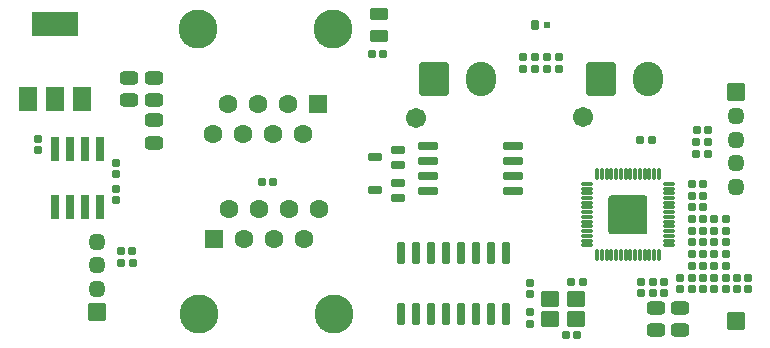
<source format=gbr>
G04 #@! TF.GenerationSoftware,KiCad,Pcbnew,(7.0.0-0)*
G04 #@! TF.CreationDate,2023-02-22T15:19:27+03:00*
G04 #@! TF.ProjectId,RP2040_minimal,52503230-3430-45f6-9d69-6e696d616c2e,REV1*
G04 #@! TF.SameCoordinates,Original*
G04 #@! TF.FileFunction,Soldermask,Top*
G04 #@! TF.FilePolarity,Negative*
%FSLAX46Y46*%
G04 Gerber Fmt 4.6, Leading zero omitted, Abs format (unit mm)*
G04 Created by KiCad (PCBNEW (7.0.0-0)) date 2023-02-22 15:19:27*
%MOMM*%
%LPD*%
G01*
G04 APERTURE LIST*
G04 Aperture macros list*
%AMRoundRect*
0 Rectangle with rounded corners*
0 $1 Rounding radius*
0 $2 $3 $4 $5 $6 $7 $8 $9 X,Y pos of 4 corners*
0 Add a 4 corners polygon primitive as box body*
4,1,4,$2,$3,$4,$5,$6,$7,$8,$9,$2,$3,0*
0 Add four circle primitives for the rounded corners*
1,1,$1+$1,$2,$3*
1,1,$1+$1,$4,$5*
1,1,$1+$1,$6,$7*
1,1,$1+$1,$8,$9*
0 Add four rect primitives between the rounded corners*
20,1,$1+$1,$2,$3,$4,$5,0*
20,1,$1+$1,$4,$5,$6,$7,0*
20,1,$1+$1,$6,$7,$8,$9,0*
20,1,$1+$1,$8,$9,$2,$3,0*%
G04 Aperture macros list end*
%ADD10RoundRect,0.191000X0.140000X0.170000X-0.140000X0.170000X-0.140000X-0.170000X0.140000X-0.170000X0*%
%ADD11RoundRect,0.051000X0.266700X-0.850900X0.266700X0.850900X-0.266700X0.850900X-0.266700X-0.850900X0*%
%ADD12RoundRect,0.191000X-0.140000X-0.170000X0.140000X-0.170000X0.140000X0.170000X-0.140000X0.170000X0*%
%ADD13RoundRect,0.051000X-0.500000X0.275000X-0.500000X-0.275000X0.500000X-0.275000X0.500000X0.275000X0*%
%ADD14RoundRect,0.191000X-0.170000X0.140000X-0.170000X-0.140000X0.170000X-0.140000X0.170000X0.140000X0*%
%ADD15RoundRect,0.191000X0.170000X-0.140000X0.170000X0.140000X-0.170000X0.140000X-0.170000X-0.140000X0*%
%ADD16RoundRect,0.092300X0.253700X-0.943700X0.253700X0.943700X-0.253700X0.943700X-0.253700X-0.943700X0*%
%ADD17RoundRect,0.301000X0.475000X-0.250000X0.475000X0.250000X-0.475000X0.250000X-0.475000X-0.250000X0*%
%ADD18RoundRect,0.101000X-0.387500X-0.050000X0.387500X-0.050000X0.387500X0.050000X-0.387500X0.050000X0*%
%ADD19RoundRect,0.101000X-0.050000X-0.387500X0.050000X-0.387500X0.050000X0.387500X-0.050000X0.387500X0*%
%ADD20RoundRect,0.195000X-1.456000X-1.456000X1.456000X-1.456000X1.456000X1.456000X-1.456000X1.456000X0*%
%ADD21RoundRect,0.051000X0.675000X0.675000X-0.675000X0.675000X-0.675000X-0.675000X0.675000X-0.675000X0*%
%ADD22O,1.452000X1.452000*%
%ADD23RoundRect,0.051000X0.250000X-0.350000X0.250000X0.350000X-0.250000X0.350000X-0.250000X-0.350000X0*%
%ADD24O,0.602000X0.602000*%
%ADD25RoundRect,0.301000X-0.475000X0.250000X-0.475000X-0.250000X0.475000X-0.250000X0.475000X0.250000X0*%
%ADD26C,1.702000*%
%ADD27RoundRect,0.301000X-0.980000X-1.150000X0.980000X-1.150000X0.980000X1.150000X-0.980000X1.150000X0*%
%ADD28O,2.562000X2.902000*%
%ADD29RoundRect,0.051000X-0.675000X-0.675000X0.675000X-0.675000X0.675000X0.675000X-0.675000X0.675000X0*%
%ADD30RoundRect,0.201000X-0.650000X-0.150000X0.650000X-0.150000X0.650000X0.150000X-0.650000X0.150000X0*%
%ADD31RoundRect,0.051000X0.750000X-1.000000X0.750000X1.000000X-0.750000X1.000000X-0.750000X-1.000000X0*%
%ADD32RoundRect,0.051000X1.900000X-1.000000X1.900000X1.000000X-1.900000X1.000000X-1.900000X-1.000000X0*%
%ADD33RoundRect,0.051000X-0.700000X-0.600000X0.700000X-0.600000X0.700000X0.600000X-0.700000X0.600000X0*%
%ADD34RoundRect,0.051000X-0.700000X0.450000X-0.700000X-0.450000X0.700000X-0.450000X0.700000X0.450000X0*%
%ADD35C,3.302000*%
%ADD36RoundRect,0.051000X0.750000X0.750000X-0.750000X0.750000X-0.750000X-0.750000X0.750000X-0.750000X0*%
%ADD37C,1.602000*%
%ADD38RoundRect,0.051000X-0.750000X-0.750000X0.750000X-0.750000X0.750000X0.750000X-0.750000X0.750000X0*%
G04 APERTURE END LIST*
D10*
X181556800Y-64932200D03*
X180596800Y-64932200D03*
X181556800Y-66913400D03*
X180596800Y-66913400D03*
D11*
X156007000Y-71002800D03*
X157277000Y-71002800D03*
X158547000Y-71002800D03*
X159817000Y-71002800D03*
X161087000Y-71002800D03*
X162357000Y-71002800D03*
X163627000Y-71002800D03*
X164897000Y-71002800D03*
X164897000Y-65821200D03*
X163627000Y-65821200D03*
X162357000Y-65821200D03*
X161087000Y-65821200D03*
X159817000Y-65821200D03*
X158547000Y-65821200D03*
X157277000Y-65821200D03*
X156007000Y-65821200D03*
D10*
X181937800Y-57413800D03*
X180977800Y-57413800D03*
D12*
X182501800Y-67904000D03*
X183461800Y-67904000D03*
D13*
X155687000Y-58368600D03*
X155687000Y-57068600D03*
X153787000Y-57718600D03*
D10*
X181556800Y-63941600D03*
X180596800Y-63941600D03*
D12*
X182501800Y-64932200D03*
X183461800Y-64932200D03*
D14*
X169342000Y-49263000D03*
X169342000Y-50223000D03*
X176276200Y-68262200D03*
X176276200Y-69222200D03*
D15*
X131877000Y-61373600D03*
X131877000Y-60413600D03*
X125273000Y-57131800D03*
X125273000Y-56171800D03*
D16*
X126670000Y-61932000D03*
X127940000Y-61932000D03*
X129210000Y-61932000D03*
X130480000Y-61932000D03*
X130480000Y-56982000D03*
X129210000Y-56982000D03*
X127940000Y-56982000D03*
X126670000Y-56982000D03*
D10*
X145158600Y-59776000D03*
X144198600Y-59776000D03*
D14*
X177266800Y-68262200D03*
X177266800Y-69222200D03*
D17*
X132969200Y-52902800D03*
X132969200Y-51002800D03*
D14*
X166929000Y-70853000D03*
X166929000Y-71813000D03*
D18*
X171746500Y-59970000D03*
X171746500Y-60370000D03*
X171746500Y-60770000D03*
X171746500Y-61170000D03*
X171746500Y-61570000D03*
X171746500Y-61970000D03*
X171746500Y-62370000D03*
X171746500Y-62770000D03*
X171746500Y-63170000D03*
X171746500Y-63570000D03*
X171746500Y-63970000D03*
X171746500Y-64370000D03*
X171746500Y-64770000D03*
X171746500Y-65170000D03*
D19*
X172584000Y-66007500D03*
X172984000Y-66007500D03*
X173384000Y-66007500D03*
X173784000Y-66007500D03*
X174184000Y-66007500D03*
X174584000Y-66007500D03*
X174984000Y-66007500D03*
X175384000Y-66007500D03*
X175784000Y-66007500D03*
X176184000Y-66007500D03*
X176584000Y-66007500D03*
X176984000Y-66007500D03*
X177384000Y-66007500D03*
X177784000Y-66007500D03*
D18*
X178621500Y-65170000D03*
X178621500Y-64770000D03*
X178621500Y-64370000D03*
X178621500Y-63970000D03*
X178621500Y-63570000D03*
X178621500Y-63170000D03*
X178621500Y-62770000D03*
X178621500Y-62370000D03*
X178621500Y-61970000D03*
X178621500Y-61570000D03*
X178621500Y-61170000D03*
X178621500Y-60770000D03*
X178621500Y-60370000D03*
X178621500Y-59970000D03*
D19*
X177784000Y-59132500D03*
X177384000Y-59132500D03*
X176984000Y-59132500D03*
X176584000Y-59132500D03*
X176184000Y-59132500D03*
X175784000Y-59132500D03*
X175384000Y-59132500D03*
X174984000Y-59132500D03*
X174584000Y-59132500D03*
X174184000Y-59132500D03*
X173784000Y-59132500D03*
X173384000Y-59132500D03*
X172984000Y-59132500D03*
X172584000Y-59132500D03*
D20*
X175184000Y-62570000D03*
D21*
X130236000Y-70858400D03*
D22*
X130235999Y-68858399D03*
X130235999Y-66858399D03*
X130235999Y-64858399D03*
D14*
X131877000Y-58178400D03*
X131877000Y-59138400D03*
D23*
X167292600Y-46481200D03*
D24*
X168292599Y-46481199D03*
D14*
X166319400Y-49263000D03*
X166319400Y-50223000D03*
D25*
X177520800Y-70484600D03*
X177520800Y-72384600D03*
D26*
X171398000Y-54340000D03*
D27*
X172898000Y-51090000D03*
D28*
X176857999Y-51089999D03*
D14*
X168351400Y-49263000D03*
X168351400Y-50223000D03*
D10*
X181556800Y-61960400D03*
X180596800Y-61960400D03*
D12*
X132276000Y-66658400D03*
X133236000Y-66658400D03*
D14*
X166903600Y-68341000D03*
X166903600Y-69301000D03*
D10*
X181556800Y-68894600D03*
X180596800Y-68894600D03*
D12*
X169928800Y-72806200D03*
X170888800Y-72806200D03*
X170386000Y-68259600D03*
X171346000Y-68259600D03*
D29*
X184302600Y-71612400D03*
D12*
X180592000Y-62951000D03*
X181552000Y-62951000D03*
X176228000Y-56220000D03*
X177188000Y-56220000D03*
D30*
X158249000Y-56778800D03*
X158249000Y-58048800D03*
X158249000Y-59318800D03*
X158249000Y-60588800D03*
X165449000Y-60588800D03*
X165449000Y-59318800D03*
X165449000Y-58048800D03*
X165449000Y-56778800D03*
D12*
X182501800Y-66913400D03*
X183461800Y-66913400D03*
D14*
X167335400Y-49263000D03*
X167335400Y-50223000D03*
D25*
X135052000Y-54574000D03*
X135052000Y-56474000D03*
D31*
X124370000Y-52766000D03*
X126670000Y-52766000D03*
D32*
X126670000Y-46466000D03*
D31*
X128970000Y-52766000D03*
D14*
X178257400Y-68262200D03*
X178257400Y-69222200D03*
D12*
X184381400Y-67904000D03*
X185341400Y-67904000D03*
X132266000Y-65678400D03*
X133226000Y-65678400D03*
X181003200Y-55381800D03*
X181963200Y-55381800D03*
D10*
X181937800Y-56423200D03*
X180977800Y-56423200D03*
D13*
X155687000Y-61162600D03*
X155687000Y-59862600D03*
X153787000Y-60512600D03*
D12*
X182501800Y-62951000D03*
X183461800Y-62951000D03*
D10*
X181556800Y-60969800D03*
X180596800Y-60969800D03*
X154429600Y-48981000D03*
X153469600Y-48981000D03*
D26*
X157251400Y-54365400D03*
D27*
X158751400Y-51115400D03*
D28*
X162711399Y-51115399D03*
D33*
X168580000Y-71382000D03*
X170780000Y-71382000D03*
X170780000Y-69682000D03*
X168580000Y-69682000D03*
D12*
X182501800Y-68894600D03*
X183461800Y-68894600D03*
X180596800Y-59979200D03*
X181556800Y-59979200D03*
X184381400Y-68894600D03*
X185341400Y-68894600D03*
X182501800Y-65922800D03*
X183461800Y-65922800D03*
D34*
X154102000Y-45592600D03*
X154102000Y-47492600D03*
D12*
X180596800Y-67904000D03*
X181556800Y-67904000D03*
D25*
X179552800Y-70484600D03*
X179552800Y-72384600D03*
D17*
X135052000Y-52902800D03*
X135052000Y-51002800D03*
D29*
X184328000Y-52220000D03*
D22*
X184327999Y-54219999D03*
X184327999Y-56219999D03*
X184327999Y-58219999D03*
X184327999Y-60219999D03*
D12*
X182501800Y-63941600D03*
X183461800Y-63941600D03*
D35*
X150205700Y-46829300D03*
X138775700Y-46829300D03*
D36*
X148935700Y-53179300D03*
D37*
X147665700Y-55719300D03*
X146395700Y-53179300D03*
X145125700Y-55719300D03*
X143855700Y-53179300D03*
X142585700Y-55719300D03*
X141315700Y-53179300D03*
X140045700Y-55719300D03*
D15*
X179629000Y-68866600D03*
X179629000Y-67906600D03*
D35*
X138872100Y-71016900D03*
X150302100Y-71016900D03*
D38*
X140142100Y-64666900D03*
D37*
X141412100Y-62126900D03*
X142682100Y-64666900D03*
X143952100Y-62126900D03*
X145222100Y-64666900D03*
X146492100Y-62126900D03*
X147762100Y-64666900D03*
X149032100Y-62126900D03*
D10*
X181556800Y-65922800D03*
X180596800Y-65922800D03*
M02*

</source>
